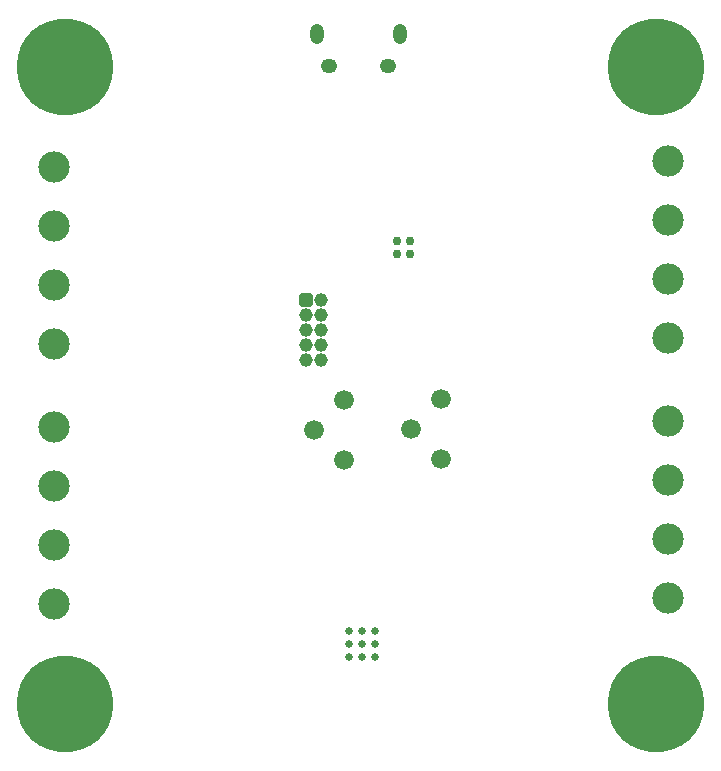
<source format=gbs>
G04*
G04 #@! TF.GenerationSoftware,Altium Limited,Altium Designer,23.4.1 (23)*
G04*
G04 Layer_Color=16711935*
%FSLAX44Y44*%
%MOMM*%
G71*
G04*
G04 #@! TF.SameCoordinates,810E8BC2-B951-4309-8685-973D218C77A5*
G04*
G04*
G04 #@! TF.FilePolarity,Negative*
G04*
G01*
G75*
%ADD54C,2.6524*%
%ADD55C,1.6764*%
%ADD56C,8.1524*%
G04:AMPARAMS|DCode=57|XSize=1.1524mm|YSize=1.1524mm|CornerRadius=0.2012mm|HoleSize=0mm|Usage=FLASHONLY|Rotation=0.000|XOffset=0mm|YOffset=0mm|HoleType=Round|Shape=RoundedRectangle|*
%AMROUNDEDRECTD57*
21,1,1.1524,0.7500,0,0,0.0*
21,1,0.7500,1.1524,0,0,0.0*
1,1,0.4024,0.3750,-0.3750*
1,1,0.4024,-0.3750,-0.3750*
1,1,0.4024,-0.3750,0.3750*
1,1,0.4024,0.3750,0.3750*
%
%ADD57ROUNDEDRECTD57*%
%ADD58C,1.1524*%
G04:AMPARAMS|DCode=59|XSize=1.7024mm|YSize=1.2024mm|CornerRadius=0.6012mm|HoleSize=0mm|Usage=FLASHONLY|Rotation=270.000|XOffset=0mm|YOffset=0mm|HoleType=Round|Shape=RoundedRectangle|*
%AMROUNDEDRECTD59*
21,1,1.7024,0.0000,0,0,270.0*
21,1,0.5000,1.2024,0,0,270.0*
1,1,1.2024,0.0000,-0.2500*
1,1,1.2024,0.0000,0.2500*
1,1,1.2024,0.0000,0.2500*
1,1,1.2024,0.0000,-0.2500*
%
%ADD59ROUNDEDRECTD59*%
G04:AMPARAMS|DCode=60|XSize=1.4024mm|YSize=1.2024mm|CornerRadius=0.6012mm|HoleSize=0mm|Usage=FLASHONLY|Rotation=0.000|XOffset=0mm|YOffset=0mm|HoleType=Round|Shape=RoundedRectangle|*
%AMROUNDEDRECTD60*
21,1,1.4024,0.0000,0,0,0.0*
21,1,0.2000,1.2024,0,0,0.0*
1,1,1.2024,0.1000,0.0000*
1,1,1.2024,-0.1000,0.0000*
1,1,1.2024,-0.1000,0.0000*
1,1,1.2024,0.1000,0.0000*
%
%ADD60ROUNDEDRECTD60*%
%ADD61C,0.7524*%
%ADD62C,0.6524*%
D54*
X40000Y-315000D02*
D03*
Y-365000D02*
D03*
Y-265000D02*
D03*
Y-215000D02*
D03*
X560000Y-140000D02*
D03*
Y-90000D02*
D03*
Y10000D02*
D03*
Y-40000D02*
D03*
Y-260000D02*
D03*
Y-210000D02*
D03*
Y-310000D02*
D03*
Y-360000D02*
D03*
X40000Y5000D02*
D03*
Y-45000D02*
D03*
Y-145000D02*
D03*
Y-95000D02*
D03*
D55*
X260600Y-217400D02*
D03*
X286000Y-192000D02*
D03*
Y-242800D02*
D03*
X342600Y-216400D02*
D03*
X368000Y-191000D02*
D03*
Y-241800D02*
D03*
D56*
X550000Y90000D02*
D03*
X50000D02*
D03*
Y-450000D02*
D03*
X550000D02*
D03*
D57*
X253650Y-107600D02*
D03*
D58*
X266350D02*
D03*
Y-120300D02*
D03*
X253650D02*
D03*
X266350Y-133000D02*
D03*
X253650D02*
D03*
X266350Y-145700D02*
D03*
X253650D02*
D03*
X266350Y-158400D02*
D03*
X253650D02*
D03*
D59*
X263202Y117500D02*
D03*
X333202D02*
D03*
D60*
X273202Y90500D02*
D03*
X323202D02*
D03*
D61*
X330500Y-68500D02*
D03*
Y-57500D02*
D03*
X341500Y-68500D02*
D03*
Y-57500D02*
D03*
D62*
X312000Y-388000D02*
D03*
Y-399000D02*
D03*
Y-410000D02*
D03*
X301000Y-388000D02*
D03*
Y-399000D02*
D03*
Y-410000D02*
D03*
X290000Y-388000D02*
D03*
Y-399000D02*
D03*
Y-410000D02*
D03*
M02*

</source>
